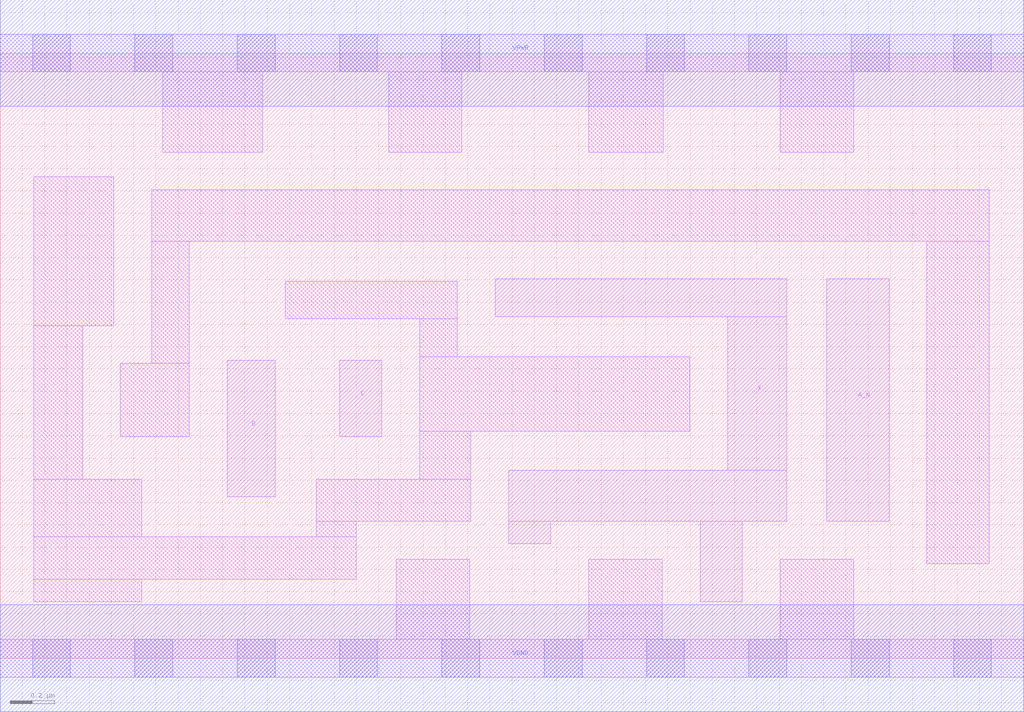
<source format=lef>
# Copyright 2020 The SkyWater PDK Authors
#
# Licensed under the Apache License, Version 2.0 (the "License");
# you may not use this file except in compliance with the License.
# You may obtain a copy of the License at
#
#     https://www.apache.org/licenses/LICENSE-2.0
#
# Unless required by applicable law or agreed to in writing, software
# distributed under the License is distributed on an "AS IS" BASIS,
# WITHOUT WARRANTIES OR CONDITIONS OF ANY KIND, either express or implied.
# See the License for the specific language governing permissions and
# limitations under the License.
#
# SPDX-License-Identifier: Apache-2.0

VERSION 5.7 ;
  NOWIREEXTENSIONATPIN ON ;
  DIVIDERCHAR "/" ;
  BUSBITCHARS "[]" ;
UNITS
  DATABASE MICRONS 200 ;
END UNITS
MACRO sky130_fd_sc_hd__and3b_4
  CLASS CORE ;
  FOREIGN sky130_fd_sc_hd__and3b_4 ;
  ORIGIN  0.000000  0.000000 ;
  SIZE  4.600000 BY  2.720000 ;
  SYMMETRY X Y R90 ;
  SITE unithd ;
  PIN A_N
    ANTENNAGATEAREA  0.126000 ;
    DIRECTION INPUT ;
    USE SIGNAL ;
    PORT
      LAYER li1 ;
        RECT 3.715000 0.615000 3.995000 1.705000 ;
    END
  END A_N
  PIN B
    ANTENNAGATEAREA  0.247500 ;
    DIRECTION INPUT ;
    USE SIGNAL ;
    PORT
      LAYER li1 ;
        RECT 1.020000 0.725000 1.235000 1.340000 ;
    END
  END B
  PIN C
    ANTENNAGATEAREA  0.247500 ;
    DIRECTION INPUT ;
    USE SIGNAL ;
    PORT
      LAYER li1 ;
        RECT 1.525000 0.995000 1.715000 1.340000 ;
    END
  END C
  PIN X
    ANTENNADIFFAREA  0.934000 ;
    DIRECTION OUTPUT ;
    USE SIGNAL ;
    PORT
      LAYER li1 ;
        RECT 2.225000 1.535000 3.535000 1.705000 ;
        RECT 2.285000 0.515000 2.475000 0.615000 ;
        RECT 2.285000 0.615000 3.535000 0.845000 ;
        RECT 3.145000 0.255000 3.335000 0.615000 ;
        RECT 3.270000 0.845000 3.535000 1.535000 ;
    END
  END X
  PIN VGND
    DIRECTION INOUT ;
    SHAPE ABUTMENT ;
    USE GROUND ;
    PORT
      LAYER met1 ;
        RECT 0.000000 -0.240000 4.600000 0.240000 ;
    END
  END VGND
  PIN VPWR
    DIRECTION INOUT ;
    SHAPE ABUTMENT ;
    USE POWER ;
    PORT
      LAYER met1 ;
        RECT 0.000000 2.480000 4.600000 2.960000 ;
    END
  END VPWR
  OBS
    LAYER li1 ;
      RECT 0.000000 -0.085000 4.600000 0.085000 ;
      RECT 0.000000  2.635000 4.600000 2.805000 ;
      RECT 0.150000  0.255000 0.635000 0.355000 ;
      RECT 0.150000  0.355000 1.600000 0.545000 ;
      RECT 0.150000  0.545000 0.635000 0.805000 ;
      RECT 0.150000  0.805000 0.370000 1.495000 ;
      RECT 0.150000  1.495000 0.510000 2.165000 ;
      RECT 0.540000  0.995000 0.850000 1.325000 ;
      RECT 0.680000  1.325000 0.850000 1.875000 ;
      RECT 0.680000  1.875000 4.445000 2.105000 ;
      RECT 0.730000  2.275000 1.180000 2.635000 ;
      RECT 1.280000  1.525000 2.055000 1.695000 ;
      RECT 1.420000  0.545000 1.600000 0.615000 ;
      RECT 1.420000  0.615000 2.115000 0.805000 ;
      RECT 1.745000  2.275000 2.075000 2.635000 ;
      RECT 1.780000  0.085000 2.110000 0.445000 ;
      RECT 1.885000  0.805000 2.115000 1.020000 ;
      RECT 1.885000  1.020000 3.100000 1.355000 ;
      RECT 1.885000  1.355000 2.055000 1.525000 ;
      RECT 2.645000  0.085000 2.975000 0.445000 ;
      RECT 2.645000  2.275000 2.980000 2.635000 ;
      RECT 3.505000  0.085000 3.835000 0.445000 ;
      RECT 3.505000  2.275000 3.835000 2.635000 ;
      RECT 4.165000  0.425000 4.445000 1.875000 ;
    LAYER mcon ;
      RECT 0.145000 -0.085000 0.315000 0.085000 ;
      RECT 0.145000  2.635000 0.315000 2.805000 ;
      RECT 0.605000 -0.085000 0.775000 0.085000 ;
      RECT 0.605000  2.635000 0.775000 2.805000 ;
      RECT 1.065000 -0.085000 1.235000 0.085000 ;
      RECT 1.065000  2.635000 1.235000 2.805000 ;
      RECT 1.525000 -0.085000 1.695000 0.085000 ;
      RECT 1.525000  2.635000 1.695000 2.805000 ;
      RECT 1.985000 -0.085000 2.155000 0.085000 ;
      RECT 1.985000  2.635000 2.155000 2.805000 ;
      RECT 2.445000 -0.085000 2.615000 0.085000 ;
      RECT 2.445000  2.635000 2.615000 2.805000 ;
      RECT 2.905000 -0.085000 3.075000 0.085000 ;
      RECT 2.905000  2.635000 3.075000 2.805000 ;
      RECT 3.365000 -0.085000 3.535000 0.085000 ;
      RECT 3.365000  2.635000 3.535000 2.805000 ;
      RECT 3.825000 -0.085000 3.995000 0.085000 ;
      RECT 3.825000  2.635000 3.995000 2.805000 ;
      RECT 4.285000 -0.085000 4.455000 0.085000 ;
      RECT 4.285000  2.635000 4.455000 2.805000 ;
  END
END sky130_fd_sc_hd__and3b_4
END LIBRARY

</source>
